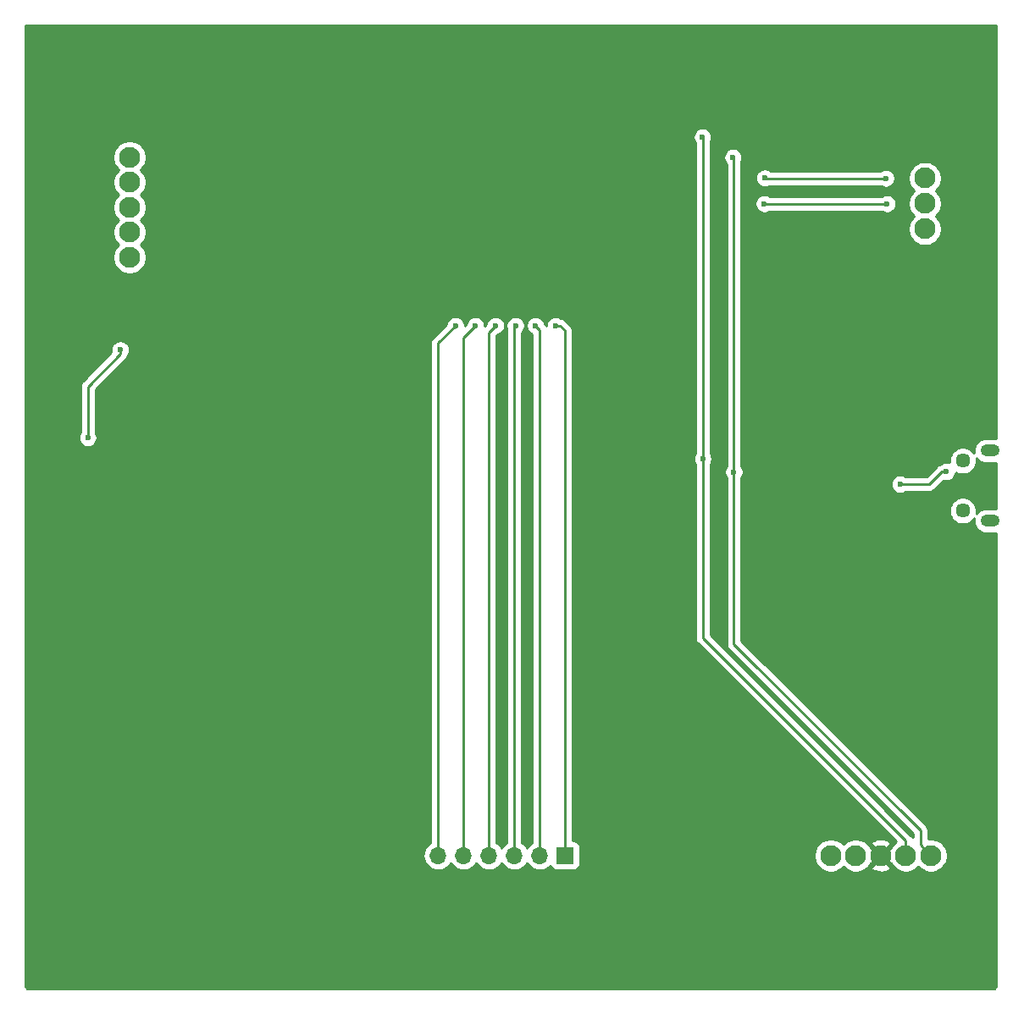
<source format=gbr>
G04 #@! TF.GenerationSoftware,KiCad,Pcbnew,(5.1.2)-1*
G04 #@! TF.CreationDate,2020-01-23T21:52:20-06:00*
G04 #@! TF.ProjectId,8266-dev,38323636-2d64-4657-962e-6b696361645f,rev?*
G04 #@! TF.SameCoordinates,Original*
G04 #@! TF.FileFunction,Copper,L2,Bot*
G04 #@! TF.FilePolarity,Positive*
%FSLAX46Y46*%
G04 Gerber Fmt 4.6, Leading zero omitted, Abs format (unit mm)*
G04 Created by KiCad (PCBNEW (5.1.2)-1) date 2020-01-23 21:52:20*
%MOMM*%
%LPD*%
G04 APERTURE LIST*
%ADD10C,2.100000*%
%ADD11R,1.700000X1.700000*%
%ADD12O,1.700000X1.700000*%
%ADD13C,1.450000*%
%ADD14O,1.900000X1.200000*%
%ADD15C,0.600000*%
%ADD16C,0.250000*%
%ADD17C,0.254000*%
G04 APERTURE END LIST*
D10*
X165511480Y-126949200D03*
X168011480Y-126949200D03*
X170511480Y-126949200D03*
X173011480Y-126949200D03*
X175511480Y-126949200D03*
X95417640Y-57104280D03*
X95417640Y-59604280D03*
X95417640Y-62104280D03*
X95417640Y-64604280D03*
X95417640Y-67104280D03*
D11*
X138942530Y-126944200D03*
D12*
X136402530Y-126944200D03*
X133862530Y-126944200D03*
X131322530Y-126944200D03*
X128782530Y-126944200D03*
X126242530Y-126944200D03*
D10*
X174919640Y-59194700D03*
X174919640Y-61734700D03*
X174919640Y-64274700D03*
D13*
X178719500Y-92457400D03*
X178719500Y-87457400D03*
D14*
X181419500Y-93457400D03*
X181419500Y-86457400D03*
D15*
X115752880Y-127088900D03*
X110365540Y-69123560D03*
X163296600Y-49062640D03*
X109570520Y-55278020D03*
X109628940Y-59105800D03*
X86413340Y-127083820D03*
X93548200Y-71678800D03*
X91287600Y-93548200D03*
X100787200Y-93548200D03*
X110261400Y-93548200D03*
X119761000Y-93548200D03*
X171952920Y-100934520D03*
X140893800Y-89547700D03*
X152717500Y-87274400D03*
X152689560Y-55079900D03*
X155826460Y-88585040D03*
X155735020Y-57111900D03*
X137986780Y-73939400D03*
X135986780Y-73939400D03*
X133986780Y-73939400D03*
X131986780Y-73939400D03*
X129986780Y-73939400D03*
X127986780Y-73939400D03*
X171013120Y-59212480D03*
X158910020Y-59169300D03*
X171137580Y-61739780D03*
X158866840Y-61739780D03*
X94488000Y-76352400D03*
X91236800Y-85140800D03*
X177076100Y-88531700D03*
X172440600Y-89801700D03*
D16*
X173011480Y-125464276D02*
X152717500Y-105170296D01*
X173011480Y-126949200D02*
X173011480Y-125464276D01*
X152717500Y-105170296D02*
X152717500Y-87274400D01*
X152717500Y-87274400D02*
X152717500Y-58750200D01*
X152717500Y-58750200D02*
X152717500Y-55107840D01*
X152717500Y-55107840D02*
X152689560Y-55079900D01*
X174461481Y-124414277D02*
X155826460Y-105779256D01*
X174461481Y-125899201D02*
X174461481Y-124414277D01*
X175511480Y-126949200D02*
X174461481Y-125899201D01*
X155826460Y-105779256D02*
X155826460Y-88585040D01*
X155826460Y-88585040D02*
X155826460Y-59738260D01*
X155826460Y-59738260D02*
X155826460Y-57203340D01*
X155826460Y-57203340D02*
X155735020Y-57111900D01*
X137986780Y-73939400D02*
X138430000Y-73939400D01*
X138430000Y-73939400D02*
X138925300Y-74434700D01*
X138925300Y-125826970D02*
X138925300Y-122250200D01*
X138942530Y-125844200D02*
X138925300Y-125826970D01*
X138942530Y-126944200D02*
X138942530Y-125844200D01*
X138925300Y-74434700D02*
X138925300Y-122250200D01*
X138925300Y-122250200D02*
X138925300Y-122618500D01*
X136410700Y-74363320D02*
X135986780Y-73939400D01*
X136410700Y-125733949D02*
X136410700Y-122072400D01*
X136402530Y-125742119D02*
X136410700Y-125733949D01*
X136402530Y-126944200D02*
X136402530Y-125742119D01*
X136410700Y-122656600D02*
X136410700Y-122072400D01*
X136410700Y-122072400D02*
X136410700Y-74363320D01*
X133845300Y-74080880D02*
X133986780Y-73939400D01*
X133845300Y-125724889D02*
X133845300Y-122301000D01*
X133862530Y-125742119D02*
X133845300Y-125724889D01*
X133862530Y-126944200D02*
X133862530Y-125742119D01*
X133845300Y-122732800D02*
X133845300Y-122301000D01*
X133845300Y-122301000D02*
X133845300Y-74080880D01*
X131318000Y-74608180D02*
X131986780Y-73939400D01*
X131318000Y-125737589D02*
X131318000Y-122097800D01*
X131322530Y-125742119D02*
X131318000Y-125737589D01*
X131322530Y-126944200D02*
X131322530Y-125742119D01*
X131318000Y-122758200D02*
X131318000Y-122097800D01*
X131318000Y-122097800D02*
X131318000Y-74608180D01*
X129959100Y-73952100D02*
X129984500Y-73926700D01*
X128803400Y-75122780D02*
X129986780Y-73939400D01*
X128803400Y-125721249D02*
X128803400Y-122504200D01*
X128782530Y-125742119D02*
X128803400Y-125721249D01*
X128782530Y-126944200D02*
X128782530Y-125742119D01*
X128803400Y-122809000D02*
X128803400Y-122504200D01*
X128803400Y-122504200D02*
X128803400Y-75122780D01*
X127939800Y-73952100D02*
X127914400Y-73926700D01*
X126238000Y-75688180D02*
X127986780Y-73939400D01*
X126238000Y-125737589D02*
X126238000Y-122555000D01*
X126242530Y-125742119D02*
X126238000Y-125737589D01*
X126242530Y-126944200D02*
X126242530Y-125742119D01*
X126238000Y-122847100D02*
X126238000Y-122555000D01*
X126238000Y-122555000D02*
X126238000Y-75688180D01*
X171013120Y-59212480D02*
X158953200Y-59212480D01*
X158953200Y-59212480D02*
X158910020Y-59169300D01*
X171137580Y-61739780D02*
X170713316Y-61739780D01*
X170713316Y-61739780D02*
X158866840Y-61739780D01*
X94488000Y-76776664D02*
X91236800Y-80027864D01*
X94488000Y-76352400D02*
X94488000Y-76776664D01*
X91236800Y-80027864D02*
X91236800Y-85140800D01*
X176651836Y-88531700D02*
X175381836Y-89801700D01*
X177076100Y-88531700D02*
X176651836Y-88531700D01*
X175381836Y-89801700D02*
X172440600Y-89801700D01*
D17*
G36*
X181999890Y-85239116D02*
G01*
X181830165Y-85222400D01*
X181008835Y-85222400D01*
X180827398Y-85240270D01*
X180594599Y-85310889D01*
X180380051Y-85425567D01*
X180191998Y-85579898D01*
X180037667Y-85767951D01*
X179922989Y-85982499D01*
X179852370Y-86215298D01*
X179828525Y-86457400D01*
X179852370Y-86699502D01*
X179855383Y-86709435D01*
X179775881Y-86590451D01*
X179586449Y-86401019D01*
X179363701Y-86252184D01*
X179116197Y-86149664D01*
X178853448Y-86097400D01*
X178585552Y-86097400D01*
X178322803Y-86149664D01*
X178075299Y-86252184D01*
X177852551Y-86401019D01*
X177663119Y-86590451D01*
X177514284Y-86813199D01*
X177411764Y-87060703D01*
X177359500Y-87323452D01*
X177359500Y-87591348D01*
X177369407Y-87641156D01*
X177348829Y-87632632D01*
X177168189Y-87596700D01*
X176984011Y-87596700D01*
X176803371Y-87632632D01*
X176633211Y-87703114D01*
X176516052Y-87781397D01*
X176502850Y-87782697D01*
X176359589Y-87826154D01*
X176227560Y-87896726D01*
X176111835Y-87991699D01*
X176088037Y-88020697D01*
X175067035Y-89041700D01*
X172986135Y-89041700D01*
X172883489Y-88973114D01*
X172713329Y-88902632D01*
X172532689Y-88866700D01*
X172348511Y-88866700D01*
X172167871Y-88902632D01*
X171997711Y-88973114D01*
X171844572Y-89075438D01*
X171714338Y-89205672D01*
X171612014Y-89358811D01*
X171541532Y-89528971D01*
X171505600Y-89709611D01*
X171505600Y-89893789D01*
X171541532Y-90074429D01*
X171612014Y-90244589D01*
X171714338Y-90397728D01*
X171844572Y-90527962D01*
X171997711Y-90630286D01*
X172167871Y-90700768D01*
X172348511Y-90736700D01*
X172532689Y-90736700D01*
X172713329Y-90700768D01*
X172883489Y-90630286D01*
X172986135Y-90561700D01*
X175344514Y-90561700D01*
X175381836Y-90565376D01*
X175419158Y-90561700D01*
X175419169Y-90561700D01*
X175530822Y-90550703D01*
X175674083Y-90507246D01*
X175806112Y-90436674D01*
X175921837Y-90341701D01*
X175945640Y-90312697D01*
X176823555Y-89434783D01*
X176984011Y-89466700D01*
X177168189Y-89466700D01*
X177348829Y-89430768D01*
X177518989Y-89360286D01*
X177672128Y-89257962D01*
X177802362Y-89127728D01*
X177904686Y-88974589D01*
X177975168Y-88804429D01*
X178011100Y-88623789D01*
X178011100Y-88619720D01*
X178075299Y-88662616D01*
X178322803Y-88765136D01*
X178585552Y-88817400D01*
X178853448Y-88817400D01*
X179116197Y-88765136D01*
X179363701Y-88662616D01*
X179586449Y-88513781D01*
X179775881Y-88324349D01*
X179924716Y-88101601D01*
X180027236Y-87854097D01*
X180079500Y-87591348D01*
X180079500Y-87323452D01*
X180046516Y-87157632D01*
X180191998Y-87334902D01*
X180380051Y-87489233D01*
X180594599Y-87603911D01*
X180827398Y-87674530D01*
X181008835Y-87692400D01*
X181830165Y-87692400D01*
X181999890Y-87675684D01*
X181999890Y-92239116D01*
X181830165Y-92222400D01*
X181008835Y-92222400D01*
X180827398Y-92240270D01*
X180594599Y-92310889D01*
X180380051Y-92425567D01*
X180191998Y-92579898D01*
X180046516Y-92757168D01*
X180079500Y-92591348D01*
X180079500Y-92323452D01*
X180027236Y-92060703D01*
X179924716Y-91813199D01*
X179775881Y-91590451D01*
X179586449Y-91401019D01*
X179363701Y-91252184D01*
X179116197Y-91149664D01*
X178853448Y-91097400D01*
X178585552Y-91097400D01*
X178322803Y-91149664D01*
X178075299Y-91252184D01*
X177852551Y-91401019D01*
X177663119Y-91590451D01*
X177514284Y-91813199D01*
X177411764Y-92060703D01*
X177359500Y-92323452D01*
X177359500Y-92591348D01*
X177411764Y-92854097D01*
X177514284Y-93101601D01*
X177663119Y-93324349D01*
X177852551Y-93513781D01*
X178075299Y-93662616D01*
X178322803Y-93765136D01*
X178585552Y-93817400D01*
X178853448Y-93817400D01*
X179116197Y-93765136D01*
X179363701Y-93662616D01*
X179586449Y-93513781D01*
X179775881Y-93324349D01*
X179855383Y-93205365D01*
X179852370Y-93215298D01*
X179828525Y-93457400D01*
X179852370Y-93699502D01*
X179922989Y-93932301D01*
X180037667Y-94146849D01*
X180191998Y-94334902D01*
X180380051Y-94489233D01*
X180594599Y-94603911D01*
X180827398Y-94674530D01*
X181008835Y-94692400D01*
X181830165Y-94692400D01*
X181999890Y-94675684D01*
X181999890Y-140069225D01*
X181982741Y-140114587D01*
X181939260Y-140200816D01*
X181891413Y-140260000D01*
X85144034Y-140260000D01*
X85132437Y-140249206D01*
X85084900Y-140180655D01*
X85050641Y-140097932D01*
X85042528Y-140063957D01*
X85042516Y-140063511D01*
X85042143Y-140025021D01*
X85041763Y-139960623D01*
X85041388Y-139871876D01*
X85041018Y-139759063D01*
X85041019Y-139759063D01*
X85040653Y-139622339D01*
X85040293Y-139462293D01*
X85039938Y-139279194D01*
X85039589Y-139073385D01*
X85039244Y-138845202D01*
X85038905Y-138594990D01*
X85038571Y-138323084D01*
X85038243Y-138029823D01*
X85037919Y-137715543D01*
X85037601Y-137380585D01*
X85037288Y-137025285D01*
X85036980Y-136649980D01*
X85036678Y-136255008D01*
X85036380Y-135840706D01*
X85036088Y-135407412D01*
X85035801Y-134955463D01*
X85035520Y-134485197D01*
X85035243Y-133996950D01*
X85034972Y-133491060D01*
X85034706Y-132967865D01*
X85034446Y-132427702D01*
X85034190Y-131870908D01*
X85033940Y-131297820D01*
X85033695Y-130708775D01*
X85033455Y-130104112D01*
X85033221Y-129484167D01*
X85032991Y-128849277D01*
X85032767Y-128199780D01*
X85032549Y-127536014D01*
X85032363Y-126944200D01*
X124750345Y-126944200D01*
X124779017Y-127235311D01*
X124863931Y-127515234D01*
X125001824Y-127773214D01*
X125187396Y-127999334D01*
X125413516Y-128184906D01*
X125671496Y-128322799D01*
X125951419Y-128407713D01*
X126169580Y-128429200D01*
X126315480Y-128429200D01*
X126533641Y-128407713D01*
X126813564Y-128322799D01*
X127071544Y-128184906D01*
X127297664Y-127999334D01*
X127483236Y-127773214D01*
X127512530Y-127718409D01*
X127541824Y-127773214D01*
X127727396Y-127999334D01*
X127953516Y-128184906D01*
X128211496Y-128322799D01*
X128491419Y-128407713D01*
X128709580Y-128429200D01*
X128855480Y-128429200D01*
X129073641Y-128407713D01*
X129353564Y-128322799D01*
X129611544Y-128184906D01*
X129837664Y-127999334D01*
X130023236Y-127773214D01*
X130052530Y-127718409D01*
X130081824Y-127773214D01*
X130267396Y-127999334D01*
X130493516Y-128184906D01*
X130751496Y-128322799D01*
X131031419Y-128407713D01*
X131249580Y-128429200D01*
X131395480Y-128429200D01*
X131613641Y-128407713D01*
X131893564Y-128322799D01*
X132151544Y-128184906D01*
X132377664Y-127999334D01*
X132563236Y-127773214D01*
X132592530Y-127718409D01*
X132621824Y-127773214D01*
X132807396Y-127999334D01*
X133033516Y-128184906D01*
X133291496Y-128322799D01*
X133571419Y-128407713D01*
X133789580Y-128429200D01*
X133935480Y-128429200D01*
X134153641Y-128407713D01*
X134433564Y-128322799D01*
X134691544Y-128184906D01*
X134917664Y-127999334D01*
X135103236Y-127773214D01*
X135132530Y-127718409D01*
X135161824Y-127773214D01*
X135347396Y-127999334D01*
X135573516Y-128184906D01*
X135831496Y-128322799D01*
X136111419Y-128407713D01*
X136329580Y-128429200D01*
X136475480Y-128429200D01*
X136693641Y-128407713D01*
X136973564Y-128322799D01*
X137231544Y-128184906D01*
X137457664Y-127999334D01*
X137482137Y-127969513D01*
X137503028Y-128038380D01*
X137561993Y-128148694D01*
X137641345Y-128245385D01*
X137738036Y-128324737D01*
X137848350Y-128383702D01*
X137968048Y-128420012D01*
X138092530Y-128432272D01*
X139792530Y-128432272D01*
X139917012Y-128420012D01*
X140036710Y-128383702D01*
X140147024Y-128324737D01*
X140243715Y-128245385D01*
X140323067Y-128148694D01*
X140382032Y-128038380D01*
X140418342Y-127918682D01*
X140430602Y-127794200D01*
X140430602Y-126783242D01*
X163826480Y-126783242D01*
X163826480Y-127115158D01*
X163891234Y-127440696D01*
X164018252Y-127747347D01*
X164202655Y-128023325D01*
X164437355Y-128258025D01*
X164713333Y-128442428D01*
X165019984Y-128569446D01*
X165345522Y-128634200D01*
X165677438Y-128634200D01*
X166002976Y-128569446D01*
X166309627Y-128442428D01*
X166585605Y-128258025D01*
X166761480Y-128082150D01*
X166937355Y-128258025D01*
X167213333Y-128442428D01*
X167519984Y-128569446D01*
X167845522Y-128634200D01*
X168177438Y-128634200D01*
X168502976Y-128569446D01*
X168809627Y-128442428D01*
X169085605Y-128258025D01*
X169223364Y-128120266D01*
X169520019Y-128120266D01*
X169621819Y-128389779D01*
X169919957Y-128535663D01*
X170240826Y-128620580D01*
X170572097Y-128641266D01*
X170901037Y-128596928D01*
X171215007Y-128489269D01*
X171401141Y-128389779D01*
X171502941Y-128120266D01*
X170511480Y-127128805D01*
X169520019Y-128120266D01*
X169223364Y-128120266D01*
X169320305Y-128023325D01*
X169446271Y-127834804D01*
X170331875Y-126949200D01*
X169446271Y-126063596D01*
X169320305Y-125875075D01*
X169223364Y-125778134D01*
X169520019Y-125778134D01*
X170511480Y-126769595D01*
X171502941Y-125778134D01*
X171401141Y-125508621D01*
X171103003Y-125362737D01*
X170782134Y-125277820D01*
X170450863Y-125257134D01*
X170121923Y-125301472D01*
X169807953Y-125409131D01*
X169621819Y-125508621D01*
X169520019Y-125778134D01*
X169223364Y-125778134D01*
X169085605Y-125640375D01*
X168809627Y-125455972D01*
X168502976Y-125328954D01*
X168177438Y-125264200D01*
X167845522Y-125264200D01*
X167519984Y-125328954D01*
X167213333Y-125455972D01*
X166937355Y-125640375D01*
X166761480Y-125816250D01*
X166585605Y-125640375D01*
X166309627Y-125455972D01*
X166002976Y-125328954D01*
X165677438Y-125264200D01*
X165345522Y-125264200D01*
X165019984Y-125328954D01*
X164713333Y-125455972D01*
X164437355Y-125640375D01*
X164202655Y-125875075D01*
X164018252Y-126151053D01*
X163891234Y-126457704D01*
X163826480Y-126783242D01*
X140430602Y-126783242D01*
X140430602Y-126094200D01*
X140418342Y-125969718D01*
X140382032Y-125850020D01*
X140323067Y-125739706D01*
X140243715Y-125643015D01*
X140147024Y-125563663D01*
X140036710Y-125504698D01*
X139917012Y-125468388D01*
X139792530Y-125456128D01*
X139685300Y-125456128D01*
X139685300Y-74472023D01*
X139688976Y-74434700D01*
X139685300Y-74397377D01*
X139685300Y-74397367D01*
X139674303Y-74285714D01*
X139630846Y-74142453D01*
X139595158Y-74075686D01*
X139560274Y-74010423D01*
X139525331Y-73967846D01*
X139465301Y-73894699D01*
X139436298Y-73870897D01*
X138993804Y-73428403D01*
X138970001Y-73399399D01*
X138854276Y-73304426D01*
X138722247Y-73233854D01*
X138578986Y-73190397D01*
X138543550Y-73186907D01*
X138429669Y-73110814D01*
X138259509Y-73040332D01*
X138078869Y-73004400D01*
X137894691Y-73004400D01*
X137714051Y-73040332D01*
X137543891Y-73110814D01*
X137390752Y-73213138D01*
X137260518Y-73343372D01*
X137158194Y-73496511D01*
X137087712Y-73666671D01*
X137051780Y-73847311D01*
X137051780Y-73950467D01*
X137045674Y-73939044D01*
X136950701Y-73823319D01*
X136921702Y-73799520D01*
X136909933Y-73787751D01*
X136885848Y-73666671D01*
X136815366Y-73496511D01*
X136713042Y-73343372D01*
X136582808Y-73213138D01*
X136429669Y-73110814D01*
X136259509Y-73040332D01*
X136078869Y-73004400D01*
X135894691Y-73004400D01*
X135714051Y-73040332D01*
X135543891Y-73110814D01*
X135390752Y-73213138D01*
X135260518Y-73343372D01*
X135158194Y-73496511D01*
X135087712Y-73666671D01*
X135051780Y-73847311D01*
X135051780Y-74031489D01*
X135087712Y-74212129D01*
X135158194Y-74382289D01*
X135260518Y-74535428D01*
X135390752Y-74665662D01*
X135543891Y-74767986D01*
X135650701Y-74812228D01*
X135650700Y-122035067D01*
X135650700Y-122693932D01*
X135650701Y-122693940D01*
X135650700Y-125621845D01*
X135648875Y-125640375D01*
X135646501Y-125664483D01*
X135573516Y-125703494D01*
X135347396Y-125889066D01*
X135161824Y-126115186D01*
X135132530Y-126169991D01*
X135103236Y-126115186D01*
X134917664Y-125889066D01*
X134691544Y-125703494D01*
X134618561Y-125664484D01*
X134611533Y-125593133D01*
X134605300Y-125572585D01*
X134605300Y-74643170D01*
X134713042Y-74535428D01*
X134815366Y-74382289D01*
X134885848Y-74212129D01*
X134921780Y-74031489D01*
X134921780Y-73847311D01*
X134885848Y-73666671D01*
X134815366Y-73496511D01*
X134713042Y-73343372D01*
X134582808Y-73213138D01*
X134429669Y-73110814D01*
X134259509Y-73040332D01*
X134078869Y-73004400D01*
X133894691Y-73004400D01*
X133714051Y-73040332D01*
X133543891Y-73110814D01*
X133390752Y-73213138D01*
X133260518Y-73343372D01*
X133158194Y-73496511D01*
X133087712Y-73666671D01*
X133051780Y-73847311D01*
X133051780Y-74031489D01*
X133085301Y-74200008D01*
X133085300Y-122263667D01*
X133085300Y-122770132D01*
X133085301Y-122770141D01*
X133085300Y-125675815D01*
X133033516Y-125703494D01*
X132807396Y-125889066D01*
X132621824Y-126115186D01*
X132592530Y-126169991D01*
X132563236Y-126115186D01*
X132377664Y-125889066D01*
X132151544Y-125703494D01*
X132078561Y-125664484D01*
X132078000Y-125658793D01*
X132078000Y-74922981D01*
X132138429Y-74862553D01*
X132259509Y-74838468D01*
X132429669Y-74767986D01*
X132582808Y-74665662D01*
X132713042Y-74535428D01*
X132815366Y-74382289D01*
X132885848Y-74212129D01*
X132921780Y-74031489D01*
X132921780Y-73847311D01*
X132885848Y-73666671D01*
X132815366Y-73496511D01*
X132713042Y-73343372D01*
X132582808Y-73213138D01*
X132429669Y-73110814D01*
X132259509Y-73040332D01*
X132078869Y-73004400D01*
X131894691Y-73004400D01*
X131714051Y-73040332D01*
X131543891Y-73110814D01*
X131390752Y-73213138D01*
X131260518Y-73343372D01*
X131158194Y-73496511D01*
X131087712Y-73666671D01*
X131063627Y-73787751D01*
X130921780Y-73929599D01*
X130921780Y-73847311D01*
X130885848Y-73666671D01*
X130815366Y-73496511D01*
X130713042Y-73343372D01*
X130582808Y-73213138D01*
X130429669Y-73110814D01*
X130259509Y-73040332D01*
X130078869Y-73004400D01*
X129894691Y-73004400D01*
X129714051Y-73040332D01*
X129543891Y-73110814D01*
X129390752Y-73213138D01*
X129260518Y-73343372D01*
X129158194Y-73496511D01*
X129087712Y-73666671D01*
X129063627Y-73787751D01*
X128921780Y-73929598D01*
X128921780Y-73847311D01*
X128885848Y-73666671D01*
X128815366Y-73496511D01*
X128713042Y-73343372D01*
X128582808Y-73213138D01*
X128429669Y-73110814D01*
X128259509Y-73040332D01*
X128078869Y-73004400D01*
X127894691Y-73004400D01*
X127714051Y-73040332D01*
X127543891Y-73110814D01*
X127390752Y-73213138D01*
X127260518Y-73343372D01*
X127158194Y-73496511D01*
X127087712Y-73666671D01*
X127063628Y-73787750D01*
X125726998Y-75124381D01*
X125698000Y-75148179D01*
X125674202Y-75177177D01*
X125674201Y-75177178D01*
X125603026Y-75263904D01*
X125532454Y-75395934D01*
X125502180Y-75495738D01*
X125488998Y-75539194D01*
X125480435Y-75626138D01*
X125474324Y-75688180D01*
X125478001Y-75725513D01*
X125478000Y-122517667D01*
X125478000Y-122884432D01*
X125478001Y-122884441D01*
X125478000Y-125669027D01*
X125413516Y-125703494D01*
X125187396Y-125889066D01*
X125001824Y-126115186D01*
X124863931Y-126373166D01*
X124779017Y-126653089D01*
X124750345Y-126944200D01*
X85032363Y-126944200D01*
X85032335Y-126858315D01*
X85032127Y-126167021D01*
X85031924Y-125462468D01*
X85031726Y-124744996D01*
X85031533Y-124014939D01*
X85031346Y-123272637D01*
X85031164Y-122518425D01*
X85030987Y-121752643D01*
X85030815Y-120975626D01*
X85030648Y-120187711D01*
X85030487Y-119389237D01*
X85030331Y-118580542D01*
X85030180Y-117761961D01*
X85030035Y-116933832D01*
X85029895Y-116096492D01*
X85029760Y-115250278D01*
X85029630Y-114395530D01*
X85029505Y-113532581D01*
X85029386Y-112661773D01*
X85029272Y-111783439D01*
X85029163Y-110897919D01*
X85029059Y-110005548D01*
X85028961Y-109106668D01*
X85028867Y-108201610D01*
X85028779Y-107290716D01*
X85028697Y-106374320D01*
X85028619Y-105452762D01*
X85028547Y-104526377D01*
X85028480Y-103595505D01*
X85028418Y-102660481D01*
X85028362Y-101721643D01*
X85028310Y-100779327D01*
X85028264Y-99833874D01*
X85028223Y-98885616D01*
X85028188Y-97934895D01*
X85028157Y-96982045D01*
X85028132Y-96027407D01*
X85028112Y-95071313D01*
X85028097Y-94114105D01*
X85028088Y-93156118D01*
X85028084Y-92197690D01*
X85028085Y-91239159D01*
X85028091Y-90280860D01*
X85028102Y-89323132D01*
X85028119Y-88366311D01*
X85028141Y-87410737D01*
X85028168Y-86456744D01*
X85028201Y-85504671D01*
X85028218Y-85048711D01*
X90301800Y-85048711D01*
X90301800Y-85232889D01*
X90337732Y-85413529D01*
X90408214Y-85583689D01*
X90510538Y-85736828D01*
X90640772Y-85867062D01*
X90793911Y-85969386D01*
X90964071Y-86039868D01*
X91144711Y-86075800D01*
X91328889Y-86075800D01*
X91509529Y-86039868D01*
X91679689Y-85969386D01*
X91832828Y-85867062D01*
X91963062Y-85736828D01*
X92065386Y-85583689D01*
X92135868Y-85413529D01*
X92171800Y-85232889D01*
X92171800Y-85048711D01*
X92135868Y-84868071D01*
X92065386Y-84697911D01*
X91996800Y-84595265D01*
X91996800Y-80342665D01*
X94999003Y-77340463D01*
X95028001Y-77316665D01*
X95081507Y-77251468D01*
X95122974Y-77200941D01*
X95193546Y-77068911D01*
X95230093Y-76948428D01*
X95237003Y-76925650D01*
X95238303Y-76912448D01*
X95316586Y-76795289D01*
X95387068Y-76625129D01*
X95423000Y-76444489D01*
X95423000Y-76260311D01*
X95387068Y-76079671D01*
X95316586Y-75909511D01*
X95214262Y-75756372D01*
X95084028Y-75626138D01*
X94930889Y-75523814D01*
X94760729Y-75453332D01*
X94580089Y-75417400D01*
X94395911Y-75417400D01*
X94215271Y-75453332D01*
X94045111Y-75523814D01*
X93891972Y-75626138D01*
X93761738Y-75756372D01*
X93659414Y-75909511D01*
X93588932Y-76079671D01*
X93553000Y-76260311D01*
X93553000Y-76444489D01*
X93584917Y-76604945D01*
X90725803Y-79464060D01*
X90696799Y-79487863D01*
X90641671Y-79555038D01*
X90601826Y-79603588D01*
X90531255Y-79735617D01*
X90531254Y-79735618D01*
X90487797Y-79878879D01*
X90476800Y-79990532D01*
X90476800Y-79990542D01*
X90473124Y-80027864D01*
X90476800Y-80065187D01*
X90476801Y-84595263D01*
X90408214Y-84697911D01*
X90337732Y-84868071D01*
X90301800Y-85048711D01*
X85028218Y-85048711D01*
X85028238Y-84554855D01*
X85028281Y-83607633D01*
X85028329Y-82663343D01*
X85028383Y-81722323D01*
X85028441Y-80784907D01*
X85028505Y-79851436D01*
X85028574Y-78922244D01*
X85028648Y-77997673D01*
X85028728Y-77078054D01*
X85028813Y-76163731D01*
X85028903Y-75255035D01*
X85028998Y-74352307D01*
X85029098Y-73455883D01*
X85029204Y-72566102D01*
X85029315Y-71683298D01*
X85029431Y-70807812D01*
X85029552Y-69939979D01*
X85029679Y-69080136D01*
X85029811Y-68228623D01*
X85029948Y-67385773D01*
X85030090Y-66551928D01*
X85030238Y-65727421D01*
X85030390Y-64912592D01*
X85030548Y-64107778D01*
X85030712Y-63313315D01*
X85030880Y-62529542D01*
X85031054Y-61756795D01*
X85031233Y-60995411D01*
X85031417Y-60245729D01*
X85031606Y-59508084D01*
X85031801Y-58782815D01*
X85032001Y-58070259D01*
X85032206Y-57370753D01*
X85032338Y-56938322D01*
X93732640Y-56938322D01*
X93732640Y-57270238D01*
X93797394Y-57595776D01*
X93924412Y-57902427D01*
X94108815Y-58178405D01*
X94284690Y-58354280D01*
X94108815Y-58530155D01*
X93924412Y-58806133D01*
X93797394Y-59112784D01*
X93732640Y-59438322D01*
X93732640Y-59770238D01*
X93797394Y-60095776D01*
X93924412Y-60402427D01*
X94108815Y-60678405D01*
X94284690Y-60854280D01*
X94108815Y-61030155D01*
X93924412Y-61306133D01*
X93797394Y-61612784D01*
X93732640Y-61938322D01*
X93732640Y-62270238D01*
X93797394Y-62595776D01*
X93924412Y-62902427D01*
X94108815Y-63178405D01*
X94284690Y-63354280D01*
X94108815Y-63530155D01*
X93924412Y-63806133D01*
X93797394Y-64112784D01*
X93732640Y-64438322D01*
X93732640Y-64770238D01*
X93797394Y-65095776D01*
X93924412Y-65402427D01*
X94108815Y-65678405D01*
X94284690Y-65854280D01*
X94108815Y-66030155D01*
X93924412Y-66306133D01*
X93797394Y-66612784D01*
X93732640Y-66938322D01*
X93732640Y-67270238D01*
X93797394Y-67595776D01*
X93924412Y-67902427D01*
X94108815Y-68178405D01*
X94343515Y-68413105D01*
X94619493Y-68597508D01*
X94926144Y-68724526D01*
X95251682Y-68789280D01*
X95583598Y-68789280D01*
X95909136Y-68724526D01*
X96215787Y-68597508D01*
X96491765Y-68413105D01*
X96726465Y-68178405D01*
X96910868Y-67902427D01*
X97037886Y-67595776D01*
X97102640Y-67270238D01*
X97102640Y-66938322D01*
X97037886Y-66612784D01*
X96910868Y-66306133D01*
X96726465Y-66030155D01*
X96550590Y-65854280D01*
X96726465Y-65678405D01*
X96910868Y-65402427D01*
X97037886Y-65095776D01*
X97102640Y-64770238D01*
X97102640Y-64438322D01*
X97037886Y-64112784D01*
X96910868Y-63806133D01*
X96726465Y-63530155D01*
X96550590Y-63354280D01*
X96726465Y-63178405D01*
X96910868Y-62902427D01*
X97037886Y-62595776D01*
X97102640Y-62270238D01*
X97102640Y-61938322D01*
X97037886Y-61612784D01*
X96910868Y-61306133D01*
X96726465Y-61030155D01*
X96550590Y-60854280D01*
X96726465Y-60678405D01*
X96910868Y-60402427D01*
X97037886Y-60095776D01*
X97102640Y-59770238D01*
X97102640Y-59438322D01*
X97037886Y-59112784D01*
X96910868Y-58806133D01*
X96726465Y-58530155D01*
X96550590Y-58354280D01*
X96726465Y-58178405D01*
X96910868Y-57902427D01*
X97037886Y-57595776D01*
X97102640Y-57270238D01*
X97102640Y-56938322D01*
X97037886Y-56612784D01*
X96910868Y-56306133D01*
X96726465Y-56030155D01*
X96491765Y-55795455D01*
X96215787Y-55611052D01*
X95909136Y-55484034D01*
X95583598Y-55419280D01*
X95251682Y-55419280D01*
X94926144Y-55484034D01*
X94619493Y-55611052D01*
X94343515Y-55795455D01*
X94108815Y-56030155D01*
X93924412Y-56306133D01*
X93797394Y-56612784D01*
X93732640Y-56938322D01*
X85032338Y-56938322D01*
X85032416Y-56684635D01*
X85032632Y-56012241D01*
X85032853Y-55353909D01*
X85032981Y-54987811D01*
X151754560Y-54987811D01*
X151754560Y-55171989D01*
X151790492Y-55352629D01*
X151860974Y-55522789D01*
X151957501Y-55667252D01*
X151957500Y-58787532D01*
X151957501Y-58787542D01*
X151957500Y-86728865D01*
X151888914Y-86831511D01*
X151818432Y-87001671D01*
X151782500Y-87182311D01*
X151782500Y-87366489D01*
X151818432Y-87547129D01*
X151888914Y-87717289D01*
X151957501Y-87819937D01*
X151957500Y-105132974D01*
X151953824Y-105170296D01*
X151957500Y-105207618D01*
X151957500Y-105207628D01*
X151968497Y-105319281D01*
X152011954Y-105462542D01*
X152082526Y-105594572D01*
X152111824Y-105630271D01*
X152177499Y-105710297D01*
X152206503Y-105734100D01*
X172042513Y-125570111D01*
X171937355Y-125640375D01*
X171702655Y-125875075D01*
X171576689Y-126063596D01*
X170691085Y-126949200D01*
X171576689Y-127834804D01*
X171702655Y-128023325D01*
X171937355Y-128258025D01*
X172213333Y-128442428D01*
X172519984Y-128569446D01*
X172845522Y-128634200D01*
X173177438Y-128634200D01*
X173502976Y-128569446D01*
X173809627Y-128442428D01*
X174085605Y-128258025D01*
X174261480Y-128082150D01*
X174437355Y-128258025D01*
X174713333Y-128442428D01*
X175019984Y-128569446D01*
X175345522Y-128634200D01*
X175677438Y-128634200D01*
X176002976Y-128569446D01*
X176309627Y-128442428D01*
X176585605Y-128258025D01*
X176820305Y-128023325D01*
X177004708Y-127747347D01*
X177131726Y-127440696D01*
X177196480Y-127115158D01*
X177196480Y-126783242D01*
X177131726Y-126457704D01*
X177004708Y-126151053D01*
X176820305Y-125875075D01*
X176585605Y-125640375D01*
X176309627Y-125455972D01*
X176002976Y-125328954D01*
X175677438Y-125264200D01*
X175345522Y-125264200D01*
X175221481Y-125288873D01*
X175221481Y-124451599D01*
X175225157Y-124414276D01*
X175221481Y-124376953D01*
X175221481Y-124376944D01*
X175210484Y-124265291D01*
X175167027Y-124122030D01*
X175096455Y-123990001D01*
X175083292Y-123973962D01*
X175025280Y-123903273D01*
X175025276Y-123903269D01*
X175001482Y-123874276D01*
X174972489Y-123850482D01*
X156586460Y-105464455D01*
X156586460Y-89130575D01*
X156655046Y-89027929D01*
X156725528Y-88857769D01*
X156761460Y-88677129D01*
X156761460Y-88492951D01*
X156725528Y-88312311D01*
X156655046Y-88142151D01*
X156586460Y-88039505D01*
X156586460Y-61647691D01*
X157931840Y-61647691D01*
X157931840Y-61831869D01*
X157967772Y-62012509D01*
X158038254Y-62182669D01*
X158140578Y-62335808D01*
X158270812Y-62466042D01*
X158423951Y-62568366D01*
X158594111Y-62638848D01*
X158774751Y-62674780D01*
X158958929Y-62674780D01*
X159139569Y-62638848D01*
X159309729Y-62568366D01*
X159412375Y-62499780D01*
X170592045Y-62499780D01*
X170694691Y-62568366D01*
X170864851Y-62638848D01*
X171045491Y-62674780D01*
X171229669Y-62674780D01*
X171410309Y-62638848D01*
X171580469Y-62568366D01*
X171733608Y-62466042D01*
X171863842Y-62335808D01*
X171966166Y-62182669D01*
X172036648Y-62012509D01*
X172072580Y-61831869D01*
X172072580Y-61647691D01*
X172036648Y-61467051D01*
X171966166Y-61296891D01*
X171863842Y-61143752D01*
X171733608Y-61013518D01*
X171580469Y-60911194D01*
X171410309Y-60840712D01*
X171229669Y-60804780D01*
X171045491Y-60804780D01*
X170864851Y-60840712D01*
X170694691Y-60911194D01*
X170592045Y-60979780D01*
X159412375Y-60979780D01*
X159309729Y-60911194D01*
X159139569Y-60840712D01*
X158958929Y-60804780D01*
X158774751Y-60804780D01*
X158594111Y-60840712D01*
X158423951Y-60911194D01*
X158270812Y-61013518D01*
X158140578Y-61143752D01*
X158038254Y-61296891D01*
X157967772Y-61467051D01*
X157931840Y-61647691D01*
X156586460Y-61647691D01*
X156586460Y-59077211D01*
X157975020Y-59077211D01*
X157975020Y-59261389D01*
X158010952Y-59442029D01*
X158081434Y-59612189D01*
X158183758Y-59765328D01*
X158313992Y-59895562D01*
X158467131Y-59997886D01*
X158637291Y-60068368D01*
X158817931Y-60104300D01*
X159002109Y-60104300D01*
X159182749Y-60068368D01*
X159352909Y-59997886D01*
X159390932Y-59972480D01*
X170467585Y-59972480D01*
X170570231Y-60041066D01*
X170740391Y-60111548D01*
X170921031Y-60147480D01*
X171105209Y-60147480D01*
X171285849Y-60111548D01*
X171456009Y-60041066D01*
X171609148Y-59938742D01*
X171739382Y-59808508D01*
X171841706Y-59655369D01*
X171912188Y-59485209D01*
X171948120Y-59304569D01*
X171948120Y-59120391D01*
X171929890Y-59028742D01*
X173234640Y-59028742D01*
X173234640Y-59360658D01*
X173299394Y-59686196D01*
X173426412Y-59992847D01*
X173610815Y-60268825D01*
X173806690Y-60464700D01*
X173610815Y-60660575D01*
X173426412Y-60936553D01*
X173299394Y-61243204D01*
X173234640Y-61568742D01*
X173234640Y-61900658D01*
X173299394Y-62226196D01*
X173426412Y-62532847D01*
X173610815Y-62808825D01*
X173806690Y-63004700D01*
X173610815Y-63200575D01*
X173426412Y-63476553D01*
X173299394Y-63783204D01*
X173234640Y-64108742D01*
X173234640Y-64440658D01*
X173299394Y-64766196D01*
X173426412Y-65072847D01*
X173610815Y-65348825D01*
X173845515Y-65583525D01*
X174121493Y-65767928D01*
X174428144Y-65894946D01*
X174753682Y-65959700D01*
X175085598Y-65959700D01*
X175411136Y-65894946D01*
X175717787Y-65767928D01*
X175993765Y-65583525D01*
X176228465Y-65348825D01*
X176412868Y-65072847D01*
X176539886Y-64766196D01*
X176604640Y-64440658D01*
X176604640Y-64108742D01*
X176539886Y-63783204D01*
X176412868Y-63476553D01*
X176228465Y-63200575D01*
X176032590Y-63004700D01*
X176228465Y-62808825D01*
X176412868Y-62532847D01*
X176539886Y-62226196D01*
X176604640Y-61900658D01*
X176604640Y-61568742D01*
X176539886Y-61243204D01*
X176412868Y-60936553D01*
X176228465Y-60660575D01*
X176032590Y-60464700D01*
X176228465Y-60268825D01*
X176412868Y-59992847D01*
X176539886Y-59686196D01*
X176604640Y-59360658D01*
X176604640Y-59028742D01*
X176539886Y-58703204D01*
X176412868Y-58396553D01*
X176228465Y-58120575D01*
X175993765Y-57885875D01*
X175717787Y-57701472D01*
X175411136Y-57574454D01*
X175085598Y-57509700D01*
X174753682Y-57509700D01*
X174428144Y-57574454D01*
X174121493Y-57701472D01*
X173845515Y-57885875D01*
X173610815Y-58120575D01*
X173426412Y-58396553D01*
X173299394Y-58703204D01*
X173234640Y-59028742D01*
X171929890Y-59028742D01*
X171912188Y-58939751D01*
X171841706Y-58769591D01*
X171739382Y-58616452D01*
X171609148Y-58486218D01*
X171456009Y-58383894D01*
X171285849Y-58313412D01*
X171105209Y-58277480D01*
X170921031Y-58277480D01*
X170740391Y-58313412D01*
X170570231Y-58383894D01*
X170467585Y-58452480D01*
X159515490Y-58452480D01*
X159506048Y-58443038D01*
X159352909Y-58340714D01*
X159182749Y-58270232D01*
X159002109Y-58234300D01*
X158817931Y-58234300D01*
X158637291Y-58270232D01*
X158467131Y-58340714D01*
X158313992Y-58443038D01*
X158183758Y-58573272D01*
X158081434Y-58726411D01*
X158010952Y-58896571D01*
X157975020Y-59077211D01*
X156586460Y-59077211D01*
X156586460Y-57499614D01*
X156634088Y-57384629D01*
X156670020Y-57203989D01*
X156670020Y-57019811D01*
X156634088Y-56839171D01*
X156563606Y-56669011D01*
X156461282Y-56515872D01*
X156331048Y-56385638D01*
X156177909Y-56283314D01*
X156007749Y-56212832D01*
X155827109Y-56176900D01*
X155642931Y-56176900D01*
X155462291Y-56212832D01*
X155292131Y-56283314D01*
X155138992Y-56385638D01*
X155008758Y-56515872D01*
X154906434Y-56669011D01*
X154835952Y-56839171D01*
X154800020Y-57019811D01*
X154800020Y-57203989D01*
X154835952Y-57384629D01*
X154906434Y-57554789D01*
X155008758Y-57707928D01*
X155066461Y-57765631D01*
X155066460Y-59775592D01*
X155066461Y-59775602D01*
X155066460Y-88039505D01*
X154997874Y-88142151D01*
X154927392Y-88312311D01*
X154891460Y-88492951D01*
X154891460Y-88677129D01*
X154927392Y-88857769D01*
X154997874Y-89027929D01*
X155066461Y-89130577D01*
X155066460Y-105741934D01*
X155062784Y-105779256D01*
X155066460Y-105816578D01*
X155066460Y-105816588D01*
X155077457Y-105928241D01*
X155120914Y-106071502D01*
X155191486Y-106203532D01*
X155231331Y-106252082D01*
X155286459Y-106319257D01*
X155315463Y-106343060D01*
X173701482Y-124729081D01*
X173701482Y-125142948D01*
X173646454Y-125040000D01*
X173551481Y-124924275D01*
X173522483Y-124900477D01*
X153477500Y-104855495D01*
X153477500Y-87819935D01*
X153546086Y-87717289D01*
X153616568Y-87547129D01*
X153652500Y-87366489D01*
X153652500Y-87182311D01*
X153616568Y-87001671D01*
X153546086Y-86831511D01*
X153477500Y-86728865D01*
X153477500Y-55583620D01*
X153518146Y-55522789D01*
X153588628Y-55352629D01*
X153624560Y-55171989D01*
X153624560Y-54987811D01*
X153588628Y-54807171D01*
X153518146Y-54637011D01*
X153415822Y-54483872D01*
X153285588Y-54353638D01*
X153132449Y-54251314D01*
X152962289Y-54180832D01*
X152781649Y-54144900D01*
X152597471Y-54144900D01*
X152416831Y-54180832D01*
X152246671Y-54251314D01*
X152093532Y-54353638D01*
X151963298Y-54483872D01*
X151860974Y-54637011D01*
X151790492Y-54807171D01*
X151754560Y-54987811D01*
X85032981Y-54987811D01*
X85033079Y-54709976D01*
X85033310Y-54080779D01*
X85033547Y-53466656D01*
X85033788Y-52867946D01*
X85034035Y-52284983D01*
X85034288Y-51718105D01*
X85034545Y-51167652D01*
X85034808Y-50633958D01*
X85035076Y-50117361D01*
X85035349Y-49618200D01*
X85035627Y-49136812D01*
X85035911Y-48673533D01*
X85036200Y-48228700D01*
X85036494Y-47802651D01*
X85036793Y-47395726D01*
X85037098Y-47008258D01*
X85037407Y-46640588D01*
X85037722Y-46293052D01*
X85038043Y-45965986D01*
X85038368Y-45659730D01*
X85038699Y-45374622D01*
X85039035Y-45110997D01*
X85039376Y-44869196D01*
X85039722Y-44649558D01*
X85040074Y-44452419D01*
X85040431Y-44278123D01*
X85040793Y-44126950D01*
X85040792Y-44126950D01*
X85041159Y-43999436D01*
X85041531Y-43895760D01*
X85041532Y-43895760D01*
X85041559Y-43890000D01*
X181999890Y-43890000D01*
X181999890Y-85239116D01*
X181999890Y-85239116D01*
G37*
X181999890Y-85239116D02*
X181830165Y-85222400D01*
X181008835Y-85222400D01*
X180827398Y-85240270D01*
X180594599Y-85310889D01*
X180380051Y-85425567D01*
X180191998Y-85579898D01*
X180037667Y-85767951D01*
X179922989Y-85982499D01*
X179852370Y-86215298D01*
X179828525Y-86457400D01*
X179852370Y-86699502D01*
X179855383Y-86709435D01*
X179775881Y-86590451D01*
X179586449Y-86401019D01*
X179363701Y-86252184D01*
X179116197Y-86149664D01*
X178853448Y-86097400D01*
X178585552Y-86097400D01*
X178322803Y-86149664D01*
X178075299Y-86252184D01*
X177852551Y-86401019D01*
X177663119Y-86590451D01*
X177514284Y-86813199D01*
X177411764Y-87060703D01*
X177359500Y-87323452D01*
X177359500Y-87591348D01*
X177369407Y-87641156D01*
X177348829Y-87632632D01*
X177168189Y-87596700D01*
X176984011Y-87596700D01*
X176803371Y-87632632D01*
X176633211Y-87703114D01*
X176516052Y-87781397D01*
X176502850Y-87782697D01*
X176359589Y-87826154D01*
X176227560Y-87896726D01*
X176111835Y-87991699D01*
X176088037Y-88020697D01*
X175067035Y-89041700D01*
X172986135Y-89041700D01*
X172883489Y-88973114D01*
X172713329Y-88902632D01*
X172532689Y-88866700D01*
X172348511Y-88866700D01*
X172167871Y-88902632D01*
X171997711Y-88973114D01*
X171844572Y-89075438D01*
X171714338Y-89205672D01*
X171612014Y-89358811D01*
X171541532Y-89528971D01*
X171505600Y-89709611D01*
X171505600Y-89893789D01*
X171541532Y-90074429D01*
X171612014Y-90244589D01*
X171714338Y-90397728D01*
X171844572Y-90527962D01*
X171997711Y-90630286D01*
X172167871Y-90700768D01*
X172348511Y-90736700D01*
X172532689Y-90736700D01*
X172713329Y-90700768D01*
X172883489Y-90630286D01*
X172986135Y-90561700D01*
X175344514Y-90561700D01*
X175381836Y-90565376D01*
X175419158Y-90561700D01*
X175419169Y-90561700D01*
X175530822Y-90550703D01*
X175674083Y-90507246D01*
X175806112Y-90436674D01*
X175921837Y-90341701D01*
X175945640Y-90312697D01*
X176823555Y-89434783D01*
X176984011Y-89466700D01*
X177168189Y-89466700D01*
X177348829Y-89430768D01*
X177518989Y-89360286D01*
X177672128Y-89257962D01*
X177802362Y-89127728D01*
X177904686Y-88974589D01*
X177975168Y-88804429D01*
X178011100Y-88623789D01*
X178011100Y-88619720D01*
X178075299Y-88662616D01*
X178322803Y-88765136D01*
X178585552Y-88817400D01*
X178853448Y-88817400D01*
X179116197Y-88765136D01*
X179363701Y-88662616D01*
X179586449Y-88513781D01*
X179775881Y-88324349D01*
X179924716Y-88101601D01*
X180027236Y-87854097D01*
X180079500Y-87591348D01*
X180079500Y-87323452D01*
X180046516Y-87157632D01*
X180191998Y-87334902D01*
X180380051Y-87489233D01*
X180594599Y-87603911D01*
X180827398Y-87674530D01*
X181008835Y-87692400D01*
X181830165Y-87692400D01*
X181999890Y-87675684D01*
X181999890Y-92239116D01*
X181830165Y-92222400D01*
X181008835Y-92222400D01*
X180827398Y-92240270D01*
X180594599Y-92310889D01*
X180380051Y-92425567D01*
X180191998Y-92579898D01*
X180046516Y-92757168D01*
X180079500Y-92591348D01*
X180079500Y-92323452D01*
X180027236Y-92060703D01*
X179924716Y-91813199D01*
X179775881Y-91590451D01*
X179586449Y-91401019D01*
X179363701Y-91252184D01*
X179116197Y-91149664D01*
X178853448Y-91097400D01*
X178585552Y-91097400D01*
X178322803Y-91149664D01*
X178075299Y-91252184D01*
X177852551Y-91401019D01*
X177663119Y-91590451D01*
X177514284Y-91813199D01*
X177411764Y-92060703D01*
X177359500Y-92323452D01*
X177359500Y-92591348D01*
X177411764Y-92854097D01*
X177514284Y-93101601D01*
X177663119Y-93324349D01*
X177852551Y-93513781D01*
X178075299Y-93662616D01*
X178322803Y-93765136D01*
X178585552Y-93817400D01*
X178853448Y-93817400D01*
X179116197Y-93765136D01*
X179363701Y-93662616D01*
X179586449Y-93513781D01*
X179775881Y-93324349D01*
X179855383Y-93205365D01*
X179852370Y-93215298D01*
X179828525Y-93457400D01*
X179852370Y-93699502D01*
X179922989Y-93932301D01*
X180037667Y-94146849D01*
X180191998Y-94334902D01*
X180380051Y-94489233D01*
X180594599Y-94603911D01*
X180827398Y-94674530D01*
X181008835Y-94692400D01*
X181830165Y-94692400D01*
X181999890Y-94675684D01*
X181999890Y-140069225D01*
X181982741Y-140114587D01*
X181939260Y-140200816D01*
X181891413Y-140260000D01*
X85144034Y-140260000D01*
X85132437Y-140249206D01*
X85084900Y-140180655D01*
X85050641Y-140097932D01*
X85042528Y-140063957D01*
X85042516Y-140063511D01*
X85042143Y-140025021D01*
X85041763Y-139960623D01*
X85041388Y-139871876D01*
X85041018Y-139759063D01*
X85041019Y-139759063D01*
X85040653Y-139622339D01*
X85040293Y-139462293D01*
X85039938Y-139279194D01*
X85039589Y-139073385D01*
X85039244Y-138845202D01*
X85038905Y-138594990D01*
X85038571Y-138323084D01*
X85038243Y-138029823D01*
X85037919Y-137715543D01*
X85037601Y-137380585D01*
X85037288Y-137025285D01*
X85036980Y-136649980D01*
X85036678Y-136255008D01*
X85036380Y-135840706D01*
X85036088Y-135407412D01*
X85035801Y-134955463D01*
X85035520Y-134485197D01*
X85035243Y-133996950D01*
X85034972Y-133491060D01*
X85034706Y-132967865D01*
X85034446Y-132427702D01*
X85034190Y-131870908D01*
X85033940Y-131297820D01*
X85033695Y-130708775D01*
X85033455Y-130104112D01*
X85033221Y-129484167D01*
X85032991Y-128849277D01*
X85032767Y-128199780D01*
X85032549Y-127536014D01*
X85032363Y-126944200D01*
X124750345Y-126944200D01*
X124779017Y-127235311D01*
X124863931Y-127515234D01*
X125001824Y-127773214D01*
X125187396Y-127999334D01*
X125413516Y-128184906D01*
X125671496Y-128322799D01*
X125951419Y-128407713D01*
X126169580Y-128429200D01*
X126315480Y-128429200D01*
X126533641Y-128407713D01*
X126813564Y-128322799D01*
X127071544Y-128184906D01*
X127297664Y-127999334D01*
X127483236Y-127773214D01*
X127512530Y-127718409D01*
X127541824Y-127773214D01*
X127727396Y-127999334D01*
X127953516Y-128184906D01*
X128211496Y-128322799D01*
X128491419Y-128407713D01*
X128709580Y-128429200D01*
X128855480Y-128429200D01*
X129073641Y-128407713D01*
X129353564Y-128322799D01*
X129611544Y-128184906D01*
X129837664Y-127999334D01*
X130023236Y-127773214D01*
X130052530Y-127718409D01*
X130081824Y-127773214D01*
X130267396Y-127999334D01*
X130493516Y-128184906D01*
X130751496Y-128322799D01*
X131031419Y-128407713D01*
X131249580Y-128429200D01*
X131395480Y-128429200D01*
X131613641Y-128407713D01*
X131893564Y-128322799D01*
X132151544Y-128184906D01*
X132377664Y-127999334D01*
X132563236Y-127773214D01*
X132592530Y-127718409D01*
X132621824Y-127773214D01*
X132807396Y-127999334D01*
X133033516Y-128184906D01*
X133291496Y-128322799D01*
X133571419Y-128407713D01*
X133789580Y-128429200D01*
X133935480Y-128429200D01*
X134153641Y-128407713D01*
X134433564Y-128322799D01*
X134691544Y-128184906D01*
X134917664Y-127999334D01*
X135103236Y-127773214D01*
X135132530Y-127718409D01*
X135161824Y-127773214D01*
X135347396Y-127999334D01*
X135573516Y-128184906D01*
X135831496Y-128322799D01*
X136111419Y-128407713D01*
X136329580Y-128429200D01*
X136475480Y-128429200D01*
X136693641Y-128407713D01*
X136973564Y-128322799D01*
X137231544Y-128184906D01*
X137457664Y-127999334D01*
X137482137Y-127969513D01*
X137503028Y-128038380D01*
X137561993Y-128148694D01*
X137641345Y-128245385D01*
X137738036Y-128324737D01*
X137848350Y-128383702D01*
X137968048Y-128420012D01*
X138092530Y-128432272D01*
X139792530Y-128432272D01*
X139917012Y-128420012D01*
X140036710Y-128383702D01*
X140147024Y-128324737D01*
X140243715Y-128245385D01*
X140323067Y-128148694D01*
X140382032Y-128038380D01*
X140418342Y-127918682D01*
X140430602Y-127794200D01*
X140430602Y-126783242D01*
X163826480Y-126783242D01*
X163826480Y-127115158D01*
X163891234Y-127440696D01*
X164018252Y-127747347D01*
X164202655Y-128023325D01*
X164437355Y-128258025D01*
X164713333Y-128442428D01*
X165019984Y-128569446D01*
X165345522Y-128634200D01*
X165677438Y-128634200D01*
X166002976Y-128569446D01*
X166309627Y-128442428D01*
X166585605Y-128258025D01*
X166761480Y-128082150D01*
X166937355Y-128258025D01*
X167213333Y-128442428D01*
X167519984Y-128569446D01*
X167845522Y-128634200D01*
X168177438Y-128634200D01*
X168502976Y-128569446D01*
X168809627Y-128442428D01*
X169085605Y-128258025D01*
X169223364Y-128120266D01*
X169520019Y-128120266D01*
X169621819Y-128389779D01*
X169919957Y-128535663D01*
X170240826Y-128620580D01*
X170572097Y-128641266D01*
X170901037Y-128596928D01*
X171215007Y-128489269D01*
X171401141Y-128389779D01*
X171502941Y-128120266D01*
X170511480Y-127128805D01*
X169520019Y-128120266D01*
X169223364Y-128120266D01*
X169320305Y-128023325D01*
X169446271Y-127834804D01*
X170331875Y-126949200D01*
X169446271Y-126063596D01*
X169320305Y-125875075D01*
X169223364Y-125778134D01*
X169520019Y-125778134D01*
X170511480Y-126769595D01*
X171502941Y-125778134D01*
X171401141Y-125508621D01*
X171103003Y-125362737D01*
X170782134Y-125277820D01*
X170450863Y-125257134D01*
X170121923Y-125301472D01*
X169807953Y-125409131D01*
X169621819Y-125508621D01*
X169520019Y-125778134D01*
X169223364Y-125778134D01*
X169085605Y-125640375D01*
X168809627Y-125455972D01*
X168502976Y-125328954D01*
X168177438Y-125264200D01*
X167845522Y-125264200D01*
X167519984Y-125328954D01*
X167213333Y-125455972D01*
X166937355Y-125640375D01*
X166761480Y-125816250D01*
X166585605Y-125640375D01*
X166309627Y-125455972D01*
X166002976Y-125328954D01*
X165677438Y-125264200D01*
X165345522Y-125264200D01*
X165019984Y-125328954D01*
X164713333Y-125455972D01*
X164437355Y-125640375D01*
X164202655Y-125875075D01*
X164018252Y-126151053D01*
X163891234Y-126457704D01*
X163826480Y-126783242D01*
X140430602Y-126783242D01*
X140430602Y-126094200D01*
X140418342Y-125969718D01*
X140382032Y-125850020D01*
X140323067Y-125739706D01*
X140243715Y-125643015D01*
X140147024Y-125563663D01*
X140036710Y-125504698D01*
X139917012Y-125468388D01*
X139792530Y-125456128D01*
X139685300Y-125456128D01*
X139685300Y-74472023D01*
X139688976Y-74434700D01*
X139685300Y-74397377D01*
X139685300Y-74397367D01*
X139674303Y-74285714D01*
X139630846Y-74142453D01*
X139595158Y-74075686D01*
X139560274Y-74010423D01*
X139525331Y-73967846D01*
X139465301Y-73894699D01*
X139436298Y-73870897D01*
X138993804Y-73428403D01*
X138970001Y-73399399D01*
X138854276Y-73304426D01*
X138722247Y-73233854D01*
X138578986Y-73190397D01*
X138543550Y-73186907D01*
X138429669Y-73110814D01*
X138259509Y-73040332D01*
X138078869Y-73004400D01*
X137894691Y-73004400D01*
X137714051Y-73040332D01*
X137543891Y-73110814D01*
X137390752Y-73213138D01*
X137260518Y-73343372D01*
X137158194Y-73496511D01*
X137087712Y-73666671D01*
X137051780Y-73847311D01*
X137051780Y-73950467D01*
X137045674Y-73939044D01*
X136950701Y-73823319D01*
X136921702Y-73799520D01*
X136909933Y-73787751D01*
X136885848Y-73666671D01*
X136815366Y-73496511D01*
X136713042Y-73343372D01*
X136582808Y-73213138D01*
X136429669Y-73110814D01*
X136259509Y-73040332D01*
X136078869Y-73004400D01*
X135894691Y-73004400D01*
X135714051Y-73040332D01*
X135543891Y-73110814D01*
X135390752Y-73213138D01*
X135260518Y-73343372D01*
X135158194Y-73496511D01*
X135087712Y-73666671D01*
X135051780Y-73847311D01*
X135051780Y-74031489D01*
X135087712Y-74212129D01*
X135158194Y-74382289D01*
X135260518Y-74535428D01*
X135390752Y-74665662D01*
X135543891Y-74767986D01*
X135650701Y-74812228D01*
X135650700Y-122035067D01*
X135650700Y-122693932D01*
X135650701Y-122693940D01*
X135650700Y-125621845D01*
X135648875Y-125640375D01*
X135646501Y-125664483D01*
X135573516Y-125703494D01*
X135347396Y-125889066D01*
X135161824Y-126115186D01*
X135132530Y-126169991D01*
X135103236Y-126115186D01*
X134917664Y-125889066D01*
X134691544Y-125703494D01*
X134618561Y-125664484D01*
X134611533Y-125593133D01*
X134605300Y-125572585D01*
X134605300Y-74643170D01*
X134713042Y-74535428D01*
X134815366Y-74382289D01*
X134885848Y-74212129D01*
X134921780Y-74031489D01*
X134921780Y-73847311D01*
X134885848Y-73666671D01*
X134815366Y-73496511D01*
X134713042Y-73343372D01*
X134582808Y-73213138D01*
X134429669Y-73110814D01*
X134259509Y-73040332D01*
X134078869Y-73004400D01*
X133894691Y-73004400D01*
X133714051Y-73040332D01*
X133543891Y-73110814D01*
X133390752Y-73213138D01*
X133260518Y-73343372D01*
X133158194Y-73496511D01*
X133087712Y-73666671D01*
X133051780Y-73847311D01*
X133051780Y-74031489D01*
X133085301Y-74200008D01*
X133085300Y-122263667D01*
X133085300Y-122770132D01*
X133085301Y-122770141D01*
X133085300Y-125675815D01*
X133033516Y-125703494D01*
X132807396Y-125889066D01*
X132621824Y-126115186D01*
X132592530Y-126169991D01*
X132563236Y-126115186D01*
X132377664Y-125889066D01*
X132151544Y-125703494D01*
X132078561Y-125664484D01*
X132078000Y-125658793D01*
X132078000Y-74922981D01*
X132138429Y-74862553D01*
X132259509Y-74838468D01*
X132429669Y-74767986D01*
X132582808Y-74665662D01*
X132713042Y-74535428D01*
X132815366Y-74382289D01*
X132885848Y-74212129D01*
X132921780Y-74031489D01*
X132921780Y-73847311D01*
X132885848Y-73666671D01*
X132815366Y-73496511D01*
X132713042Y-73343372D01*
X132582808Y-73213138D01*
X132429669Y-73110814D01*
X132259509Y-73040332D01*
X132078869Y-73004400D01*
X131894691Y-73004400D01*
X131714051Y-73040332D01*
X131543891Y-73110814D01*
X131390752Y-73213138D01*
X131260518Y-73343372D01*
X131158194Y-73496511D01*
X131087712Y-73666671D01*
X131063627Y-73787751D01*
X130921780Y-73929599D01*
X130921780Y-73847311D01*
X130885848Y-73666671D01*
X130815366Y-73496511D01*
X130713042Y-73343372D01*
X130582808Y-73213138D01*
X130429669Y-73110814D01*
X130259509Y-73040332D01*
X130078869Y-73004400D01*
X129894691Y-73004400D01*
X129714051Y-73040332D01*
X129543891Y-73110814D01*
X129390752Y-73213138D01*
X129260518Y-73343372D01*
X129158194Y-73496511D01*
X129087712Y-73666671D01*
X129063627Y-73787751D01*
X128921780Y-73929598D01*
X128921780Y-73847311D01*
X128885848Y-73666671D01*
X128815366Y-73496511D01*
X128713042Y-73343372D01*
X128582808Y-73213138D01*
X128429669Y-73110814D01*
X128259509Y-73040332D01*
X128078869Y-73004400D01*
X127894691Y-73004400D01*
X127714051Y-73040332D01*
X127543891Y-73110814D01*
X127390752Y-73213138D01*
X127260518Y-73343372D01*
X127158194Y-73496511D01*
X127087712Y-73666671D01*
X127063628Y-73787750D01*
X125726998Y-75124381D01*
X125698000Y-75148179D01*
X125674202Y-75177177D01*
X125674201Y-75177178D01*
X125603026Y-75263904D01*
X125532454Y-75395934D01*
X125502180Y-75495738D01*
X125488998Y-75539194D01*
X125480435Y-75626138D01*
X125474324Y-75688180D01*
X125478001Y-75725513D01*
X125478000Y-122517667D01*
X125478000Y-122884432D01*
X125478001Y-122884441D01*
X125478000Y-125669027D01*
X125413516Y-125703494D01*
X125187396Y-125889066D01*
X125001824Y-126115186D01*
X124863931Y-126373166D01*
X124779017Y-126653089D01*
X124750345Y-126944200D01*
X85032363Y-126944200D01*
X85032335Y-126858315D01*
X85032127Y-126167021D01*
X85031924Y-125462468D01*
X85031726Y-124744996D01*
X85031533Y-124014939D01*
X85031346Y-123272637D01*
X85031164Y-122518425D01*
X85030987Y-121752643D01*
X85030815Y-120975626D01*
X85030648Y-120187711D01*
X85030487Y-119389237D01*
X85030331Y-118580542D01*
X85030180Y-117761961D01*
X85030035Y-116933832D01*
X85029895Y-116096492D01*
X85029760Y-115250278D01*
X85029630Y-114395530D01*
X85029505Y-113532581D01*
X85029386Y-112661773D01*
X85029272Y-111783439D01*
X85029163Y-110897919D01*
X85029059Y-110005548D01*
X85028961Y-109106668D01*
X85028867Y-108201610D01*
X85028779Y-107290716D01*
X85028697Y-106374320D01*
X85028619Y-105452762D01*
X85028547Y-104526377D01*
X85028480Y-103595505D01*
X85028418Y-102660481D01*
X85028362Y-101721643D01*
X85028310Y-100779327D01*
X85028264Y-99833874D01*
X85028223Y-98885616D01*
X85028188Y-97934895D01*
X85028157Y-96982045D01*
X85028132Y-96027407D01*
X85028112Y-95071313D01*
X85028097Y-94114105D01*
X85028088Y-93156118D01*
X85028084Y-92197690D01*
X85028085Y-91239159D01*
X85028091Y-90280860D01*
X85028102Y-89323132D01*
X85028119Y-88366311D01*
X85028141Y-87410737D01*
X85028168Y-86456744D01*
X85028201Y-85504671D01*
X85028218Y-85048711D01*
X90301800Y-85048711D01*
X90301800Y-85232889D01*
X90337732Y-85413529D01*
X90408214Y-85583689D01*
X90510538Y-85736828D01*
X90640772Y-85867062D01*
X90793911Y-85969386D01*
X90964071Y-86039868D01*
X91144711Y-86075800D01*
X91328889Y-86075800D01*
X91509529Y-86039868D01*
X91679689Y-85969386D01*
X91832828Y-85867062D01*
X91963062Y-85736828D01*
X92065386Y-85583689D01*
X92135868Y-85413529D01*
X92171800Y-85232889D01*
X92171800Y-85048711D01*
X92135868Y-84868071D01*
X92065386Y-84697911D01*
X91996800Y-84595265D01*
X91996800Y-80342665D01*
X94999003Y-77340463D01*
X95028001Y-77316665D01*
X95081507Y-77251468D01*
X95122974Y-77200941D01*
X95193546Y-77068911D01*
X95230093Y-76948428D01*
X95237003Y-76925650D01*
X95238303Y-76912448D01*
X95316586Y-76795289D01*
X95387068Y-76625129D01*
X95423000Y-76444489D01*
X95423000Y-76260311D01*
X95387068Y-76079671D01*
X95316586Y-75909511D01*
X95214262Y-75756372D01*
X95084028Y-75626138D01*
X94930889Y-75523814D01*
X94760729Y-75453332D01*
X94580089Y-75417400D01*
X94395911Y-75417400D01*
X94215271Y-75453332D01*
X94045111Y-75523814D01*
X93891972Y-75626138D01*
X93761738Y-75756372D01*
X93659414Y-75909511D01*
X93588932Y-76079671D01*
X93553000Y-76260311D01*
X93553000Y-76444489D01*
X93584917Y-76604945D01*
X90725803Y-79464060D01*
X90696799Y-79487863D01*
X90641671Y-79555038D01*
X90601826Y-79603588D01*
X90531255Y-79735617D01*
X90531254Y-79735618D01*
X90487797Y-79878879D01*
X90476800Y-79990532D01*
X90476800Y-79990542D01*
X90473124Y-80027864D01*
X90476800Y-80065187D01*
X90476801Y-84595263D01*
X90408214Y-84697911D01*
X90337732Y-84868071D01*
X90301800Y-85048711D01*
X85028218Y-85048711D01*
X85028238Y-84554855D01*
X85028281Y-83607633D01*
X85028329Y-82663343D01*
X85028383Y-81722323D01*
X85028441Y-80784907D01*
X85028505Y-79851436D01*
X85028574Y-78922244D01*
X85028648Y-77997673D01*
X85028728Y-77078054D01*
X85028813Y-76163731D01*
X85028903Y-75255035D01*
X85028998Y-74352307D01*
X85029098Y-73455883D01*
X85029204Y-72566102D01*
X85029315Y-71683298D01*
X85029431Y-70807812D01*
X85029552Y-69939979D01*
X85029679Y-69080136D01*
X85029811Y-68228623D01*
X85029948Y-67385773D01*
X85030090Y-66551928D01*
X85030238Y-65727421D01*
X85030390Y-64912592D01*
X85030548Y-64107778D01*
X85030712Y-63313315D01*
X85030880Y-62529542D01*
X85031054Y-61756795D01*
X85031233Y-60995411D01*
X85031417Y-60245729D01*
X85031606Y-59508084D01*
X85031801Y-58782815D01*
X85032001Y-58070259D01*
X85032206Y-57370753D01*
X85032338Y-56938322D01*
X93732640Y-56938322D01*
X93732640Y-57270238D01*
X93797394Y-57595776D01*
X93924412Y-57902427D01*
X94108815Y-58178405D01*
X94284690Y-58354280D01*
X94108815Y-58530155D01*
X93924412Y-58806133D01*
X93797394Y-59112784D01*
X93732640Y-59438322D01*
X93732640Y-59770238D01*
X93797394Y-60095776D01*
X93924412Y-60402427D01*
X94108815Y-60678405D01*
X94284690Y-60854280D01*
X94108815Y-61030155D01*
X93924412Y-61306133D01*
X93797394Y-61612784D01*
X93732640Y-61938322D01*
X93732640Y-62270238D01*
X93797394Y-62595776D01*
X93924412Y-62902427D01*
X94108815Y-63178405D01*
X94284690Y-63354280D01*
X94108815Y-63530155D01*
X93924412Y-63806133D01*
X93797394Y-64112784D01*
X93732640Y-64438322D01*
X93732640Y-64770238D01*
X93797394Y-65095776D01*
X93924412Y-65402427D01*
X94108815Y-65678405D01*
X94284690Y-65854280D01*
X94108815Y-66030155D01*
X93924412Y-66306133D01*
X93797394Y-66612784D01*
X93732640Y-66938322D01*
X93732640Y-67270238D01*
X93797394Y-67595776D01*
X93924412Y-67902427D01*
X94108815Y-68178405D01*
X94343515Y-68413105D01*
X94619493Y-68597508D01*
X94926144Y-68724526D01*
X95251682Y-68789280D01*
X95583598Y-68789280D01*
X95909136Y-68724526D01*
X96215787Y-68597508D01*
X96491765Y-68413105D01*
X96726465Y-68178405D01*
X96910868Y-67902427D01*
X97037886Y-67595776D01*
X97102640Y-67270238D01*
X97102640Y-66938322D01*
X97037886Y-66612784D01*
X96910868Y-66306133D01*
X96726465Y-66030155D01*
X96550590Y-65854280D01*
X96726465Y-65678405D01*
X96910868Y-65402427D01*
X97037886Y-65095776D01*
X97102640Y-64770238D01*
X97102640Y-64438322D01*
X97037886Y-64112784D01*
X96910868Y-63806133D01*
X96726465Y-63530155D01*
X96550590Y-63354280D01*
X96726465Y-63178405D01*
X96910868Y-62902427D01*
X97037886Y-62595776D01*
X97102640Y-62270238D01*
X97102640Y-61938322D01*
X97037886Y-61612784D01*
X96910868Y-61306133D01*
X96726465Y-61030155D01*
X96550590Y-60854280D01*
X96726465Y-60678405D01*
X96910868Y-60402427D01*
X97037886Y-60095776D01*
X97102640Y-59770238D01*
X97102640Y-59438322D01*
X97037886Y-59112784D01*
X96910868Y-58806133D01*
X96726465Y-58530155D01*
X96550590Y-58354280D01*
X96726465Y-58178405D01*
X96910868Y-57902427D01*
X97037886Y-57595776D01*
X97102640Y-57270238D01*
X97102640Y-56938322D01*
X97037886Y-56612784D01*
X96910868Y-56306133D01*
X96726465Y-56030155D01*
X96491765Y-55795455D01*
X96215787Y-55611052D01*
X95909136Y-55484034D01*
X95583598Y-55419280D01*
X95251682Y-55419280D01*
X94926144Y-55484034D01*
X94619493Y-55611052D01*
X94343515Y-55795455D01*
X94108815Y-56030155D01*
X93924412Y-56306133D01*
X93797394Y-56612784D01*
X93732640Y-56938322D01*
X85032338Y-56938322D01*
X85032416Y-56684635D01*
X85032632Y-56012241D01*
X85032853Y-55353909D01*
X85032981Y-54987811D01*
X151754560Y-54987811D01*
X151754560Y-55171989D01*
X151790492Y-55352629D01*
X151860974Y-55522789D01*
X151957501Y-55667252D01*
X151957500Y-58787532D01*
X151957501Y-58787542D01*
X151957500Y-86728865D01*
X151888914Y-86831511D01*
X151818432Y-87001671D01*
X151782500Y-87182311D01*
X151782500Y-87366489D01*
X151818432Y-87547129D01*
X151888914Y-87717289D01*
X151957501Y-87819937D01*
X151957500Y-105132974D01*
X151953824Y-105170296D01*
X151957500Y-105207618D01*
X151957500Y-105207628D01*
X151968497Y-105319281D01*
X152011954Y-105462542D01*
X152082526Y-105594572D01*
X152111824Y-105630271D01*
X152177499Y-105710297D01*
X152206503Y-105734100D01*
X172042513Y-125570111D01*
X171937355Y-125640375D01*
X171702655Y-125875075D01*
X171576689Y-126063596D01*
X170691085Y-126949200D01*
X171576689Y-127834804D01*
X171702655Y-128023325D01*
X171937355Y-128258025D01*
X172213333Y-128442428D01*
X172519984Y-128569446D01*
X172845522Y-128634200D01*
X173177438Y-128634200D01*
X173502976Y-128569446D01*
X173809627Y-128442428D01*
X174085605Y-128258025D01*
X174261480Y-128082150D01*
X174437355Y-128258025D01*
X174713333Y-128442428D01*
X175019984Y-128569446D01*
X175345522Y-128634200D01*
X175677438Y-128634200D01*
X176002976Y-128569446D01*
X176309627Y-128442428D01*
X176585605Y-128258025D01*
X176820305Y-128023325D01*
X177004708Y-127747347D01*
X177131726Y-127440696D01*
X177196480Y-127115158D01*
X177196480Y-126783242D01*
X177131726Y-126457704D01*
X177004708Y-126151053D01*
X176820305Y-125875075D01*
X176585605Y-125640375D01*
X176309627Y-125455972D01*
X176002976Y-125328954D01*
X175677438Y-125264200D01*
X175345522Y-125264200D01*
X175221481Y-125288873D01*
X175221481Y-124451599D01*
X175225157Y-124414276D01*
X175221481Y-124376953D01*
X175221481Y-124376944D01*
X175210484Y-124265291D01*
X175167027Y-124122030D01*
X175096455Y-123990001D01*
X175083292Y-123973962D01*
X175025280Y-123903273D01*
X175025276Y-123903269D01*
X175001482Y-123874276D01*
X174972489Y-123850482D01*
X156586460Y-105464455D01*
X156586460Y-89130575D01*
X156655046Y-89027929D01*
X156725528Y-88857769D01*
X156761460Y-88677129D01*
X156761460Y-88492951D01*
X156725528Y-88312311D01*
X156655046Y-88142151D01*
X156586460Y-88039505D01*
X156586460Y-61647691D01*
X157931840Y-61647691D01*
X157931840Y-61831869D01*
X157967772Y-62012509D01*
X158038254Y-62182669D01*
X158140578Y-62335808D01*
X158270812Y-62466042D01*
X158423951Y-62568366D01*
X158594111Y-62638848D01*
X158774751Y-62674780D01*
X158958929Y-62674780D01*
X159139569Y-62638848D01*
X159309729Y-62568366D01*
X159412375Y-62499780D01*
X170592045Y-62499780D01*
X170694691Y-62568366D01*
X170864851Y-62638848D01*
X171045491Y-62674780D01*
X171229669Y-62674780D01*
X171410309Y-62638848D01*
X171580469Y-62568366D01*
X171733608Y-62466042D01*
X171863842Y-62335808D01*
X171966166Y-62182669D01*
X172036648Y-62012509D01*
X172072580Y-61831869D01*
X172072580Y-61647691D01*
X172036648Y-61467051D01*
X171966166Y-61296891D01*
X171863842Y-61143752D01*
X171733608Y-61013518D01*
X171580469Y-60911194D01*
X171410309Y-60840712D01*
X171229669Y-60804780D01*
X171045491Y-60804780D01*
X170864851Y-60840712D01*
X170694691Y-60911194D01*
X170592045Y-60979780D01*
X159412375Y-60979780D01*
X159309729Y-60911194D01*
X159139569Y-60840712D01*
X158958929Y-60804780D01*
X158774751Y-60804780D01*
X158594111Y-60840712D01*
X158423951Y-60911194D01*
X158270812Y-61013518D01*
X158140578Y-61143752D01*
X158038254Y-61296891D01*
X157967772Y-61467051D01*
X157931840Y-61647691D01*
X156586460Y-61647691D01*
X156586460Y-59077211D01*
X157975020Y-59077211D01*
X157975020Y-59261389D01*
X158010952Y-59442029D01*
X158081434Y-59612189D01*
X158183758Y-59765328D01*
X158313992Y-59895562D01*
X158467131Y-59997886D01*
X158637291Y-60068368D01*
X158817931Y-60104300D01*
X159002109Y-60104300D01*
X159182749Y-60068368D01*
X159352909Y-59997886D01*
X159390932Y-59972480D01*
X170467585Y-59972480D01*
X170570231Y-60041066D01*
X170740391Y-60111548D01*
X170921031Y-60147480D01*
X171105209Y-60147480D01*
X171285849Y-60111548D01*
X171456009Y-60041066D01*
X171609148Y-59938742D01*
X171739382Y-59808508D01*
X171841706Y-59655369D01*
X171912188Y-59485209D01*
X171948120Y-59304569D01*
X171948120Y-59120391D01*
X171929890Y-59028742D01*
X173234640Y-59028742D01*
X173234640Y-59360658D01*
X173299394Y-59686196D01*
X173426412Y-59992847D01*
X173610815Y-60268825D01*
X173806690Y-60464700D01*
X173610815Y-60660575D01*
X173426412Y-60936553D01*
X173299394Y-61243204D01*
X173234640Y-61568742D01*
X173234640Y-61900658D01*
X173299394Y-62226196D01*
X173426412Y-62532847D01*
X173610815Y-62808825D01*
X173806690Y-63004700D01*
X173610815Y-63200575D01*
X173426412Y-63476553D01*
X173299394Y-63783204D01*
X173234640Y-64108742D01*
X173234640Y-64440658D01*
X173299394Y-64766196D01*
X173426412Y-65072847D01*
X173610815Y-65348825D01*
X173845515Y-65583525D01*
X174121493Y-65767928D01*
X174428144Y-65894946D01*
X174753682Y-65959700D01*
X175085598Y-65959700D01*
X175411136Y-65894946D01*
X175717787Y-65767928D01*
X175993765Y-65583525D01*
X176228465Y-65348825D01*
X176412868Y-65072847D01*
X176539886Y-64766196D01*
X176604640Y-64440658D01*
X176604640Y-64108742D01*
X176539886Y-63783204D01*
X176412868Y-63476553D01*
X176228465Y-63200575D01*
X176032590Y-63004700D01*
X176228465Y-62808825D01*
X176412868Y-62532847D01*
X176539886Y-62226196D01*
X176604640Y-61900658D01*
X176604640Y-61568742D01*
X176539886Y-61243204D01*
X176412868Y-60936553D01*
X176228465Y-60660575D01*
X176032590Y-60464700D01*
X176228465Y-60268825D01*
X176412868Y-59992847D01*
X176539886Y-59686196D01*
X176604640Y-59360658D01*
X176604640Y-59028742D01*
X176539886Y-58703204D01*
X176412868Y-58396553D01*
X176228465Y-58120575D01*
X175993765Y-57885875D01*
X175717787Y-57701472D01*
X175411136Y-57574454D01*
X175085598Y-57509700D01*
X174753682Y-57509700D01*
X174428144Y-57574454D01*
X174121493Y-57701472D01*
X173845515Y-57885875D01*
X173610815Y-58120575D01*
X173426412Y-58396553D01*
X173299394Y-58703204D01*
X173234640Y-59028742D01*
X171929890Y-59028742D01*
X171912188Y-58939751D01*
X171841706Y-58769591D01*
X171739382Y-58616452D01*
X171609148Y-58486218D01*
X171456009Y-58383894D01*
X171285849Y-58313412D01*
X171105209Y-58277480D01*
X170921031Y-58277480D01*
X170740391Y-58313412D01*
X170570231Y-58383894D01*
X170467585Y-58452480D01*
X159515490Y-58452480D01*
X159506048Y-58443038D01*
X159352909Y-58340714D01*
X159182749Y-58270232D01*
X159002109Y-58234300D01*
X158817931Y-58234300D01*
X158637291Y-58270232D01*
X158467131Y-58340714D01*
X158313992Y-58443038D01*
X158183758Y-58573272D01*
X158081434Y-58726411D01*
X158010952Y-58896571D01*
X157975020Y-59077211D01*
X156586460Y-59077211D01*
X156586460Y-57499614D01*
X156634088Y-57384629D01*
X156670020Y-57203989D01*
X156670020Y-57019811D01*
X156634088Y-56839171D01*
X156563606Y-56669011D01*
X156461282Y-56515872D01*
X156331048Y-56385638D01*
X156177909Y-56283314D01*
X156007749Y-56212832D01*
X155827109Y-56176900D01*
X155642931Y-56176900D01*
X155462291Y-56212832D01*
X155292131Y-56283314D01*
X155138992Y-56385638D01*
X155008758Y-56515872D01*
X154906434Y-56669011D01*
X154835952Y-56839171D01*
X154800020Y-57019811D01*
X154800020Y-57203989D01*
X154835952Y-57384629D01*
X154906434Y-57554789D01*
X155008758Y-57707928D01*
X155066461Y-57765631D01*
X155066460Y-59775592D01*
X155066461Y-59775602D01*
X155066460Y-88039505D01*
X154997874Y-88142151D01*
X154927392Y-88312311D01*
X154891460Y-88492951D01*
X154891460Y-88677129D01*
X154927392Y-88857769D01*
X154997874Y-89027929D01*
X155066461Y-89130577D01*
X155066460Y-105741934D01*
X155062784Y-105779256D01*
X155066460Y-105816578D01*
X155066460Y-105816588D01*
X155077457Y-105928241D01*
X155120914Y-106071502D01*
X155191486Y-106203532D01*
X155231331Y-106252082D01*
X155286459Y-106319257D01*
X155315463Y-106343060D01*
X173701482Y-124729081D01*
X173701482Y-125142948D01*
X173646454Y-125040000D01*
X173551481Y-124924275D01*
X173522483Y-124900477D01*
X153477500Y-104855495D01*
X153477500Y-87819935D01*
X153546086Y-87717289D01*
X153616568Y-87547129D01*
X153652500Y-87366489D01*
X153652500Y-87182311D01*
X153616568Y-87001671D01*
X153546086Y-86831511D01*
X153477500Y-86728865D01*
X153477500Y-55583620D01*
X153518146Y-55522789D01*
X153588628Y-55352629D01*
X153624560Y-55171989D01*
X153624560Y-54987811D01*
X153588628Y-54807171D01*
X153518146Y-54637011D01*
X153415822Y-54483872D01*
X153285588Y-54353638D01*
X153132449Y-54251314D01*
X152962289Y-54180832D01*
X152781649Y-54144900D01*
X152597471Y-54144900D01*
X152416831Y-54180832D01*
X152246671Y-54251314D01*
X152093532Y-54353638D01*
X151963298Y-54483872D01*
X151860974Y-54637011D01*
X151790492Y-54807171D01*
X151754560Y-54987811D01*
X85032981Y-54987811D01*
X85033079Y-54709976D01*
X85033310Y-54080779D01*
X85033547Y-53466656D01*
X85033788Y-52867946D01*
X85034035Y-52284983D01*
X85034288Y-51718105D01*
X85034545Y-51167652D01*
X85034808Y-50633958D01*
X85035076Y-50117361D01*
X85035349Y-49618200D01*
X85035627Y-49136812D01*
X85035911Y-48673533D01*
X85036200Y-48228700D01*
X85036494Y-47802651D01*
X85036793Y-47395726D01*
X85037098Y-47008258D01*
X85037407Y-46640588D01*
X85037722Y-46293052D01*
X85038043Y-45965986D01*
X85038368Y-45659730D01*
X85038699Y-45374622D01*
X85039035Y-45110997D01*
X85039376Y-44869196D01*
X85039722Y-44649558D01*
X85040074Y-44452419D01*
X85040431Y-44278123D01*
X85040793Y-44126950D01*
X85040792Y-44126950D01*
X85041159Y-43999436D01*
X85041531Y-43895760D01*
X85041532Y-43895760D01*
X85041559Y-43890000D01*
X181999890Y-43890000D01*
X181999890Y-85239116D01*
M02*

</source>
